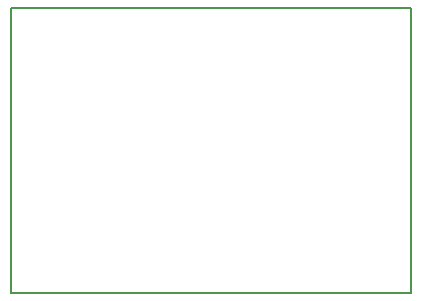
<source format=gm1>
G04 #@! TF.FileFunction,Profile,NP*
%FSLAX46Y46*%
G04 Gerber Fmt 4.6, Leading zero omitted, Abs format (unit mm)*
G04 Created by KiCad (PCBNEW 4.0.1-3.201512221401+6198~38~ubuntu15.10.1-stable) date Tue Jan  5 23:14:19 2016*
%MOMM*%
G01*
G04 APERTURE LIST*
%ADD10C,0.100000*%
%ADD11C,0.150000*%
G04 APERTURE END LIST*
D10*
D11*
X0Y0D02*
X0Y24130000D01*
X33909000Y0D02*
X0Y0D01*
X33909000Y24130000D02*
X33909000Y0D01*
X0Y24130000D02*
X33909000Y24130000D01*
M02*

</source>
